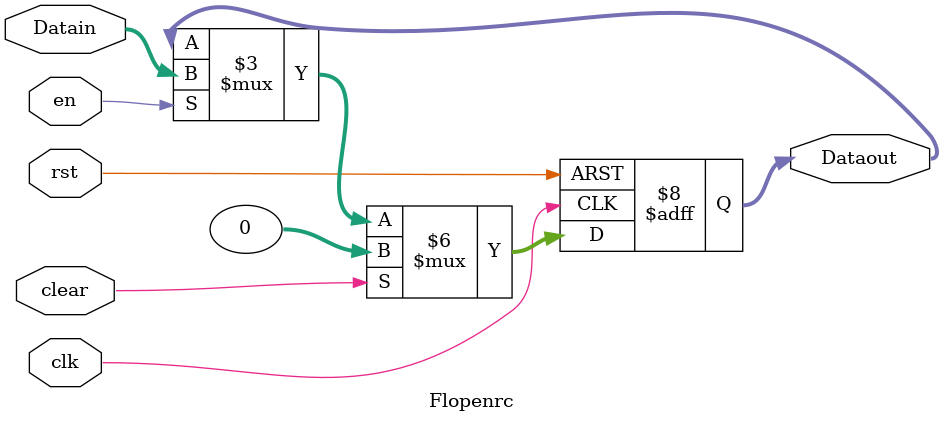
<source format=v>
`timescale 1ns / 1ps


module Flopenrc #(parameter WIDTH=32)(clk,rst,clear,en,Datain,Dataout);
    input clk;
    input rst;
    input clear;
    input en;
    input [WIDTH-1:0] Datain;
    output reg [WIDTH-1:0] Dataout=0;

    always@(posedge clk or posedge rst)
    begin
        if(rst)
            Dataout <= 0;
        else if(clear)
            Dataout <= 0;
        else if(en)
            Dataout <= Datain;
    end

endmodule

</source>
